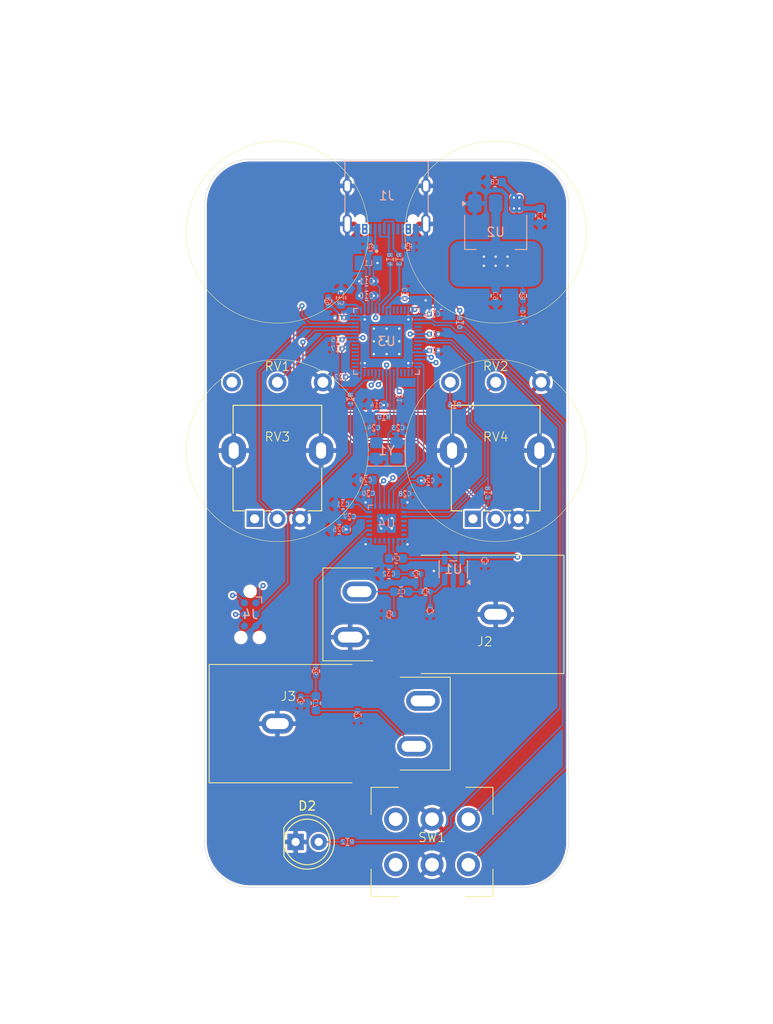
<source format=kicad_pcb>
(kicad_pcb (version 20241229) (generator "pcbnew") (generator_version "9.0")
  (layers (0 "F.Cu" jumper) (4 "In1.Cu" signal) (6 "In2.Cu" signal) (8 "In3.Cu" signal) (10 "In4.Cu" signal) (2 "B.Cu" signal) (13 "F.Paste" user) (15 "B.Paste" user) (5 "F.SilkS" user "F.Silkscreen") (7 "B.SilkS" user "B.Silkscreen") (1 "F.Mask" user) (3 "B.Mask" user) (25 "Edge.Cuts" user))
  (net 0 "")
  (net 1 "Net-(C1-Pad2)")
  (net 2 "IN^{CONN}")
  (net 3 "VBUS")
  (net 4 "/RPi/XIN")
  (net 5 "Net-(U1-+)")
  (net 6 "OUT^{CONN}")
  (net 7 "GND")
  (net 8 "Net-(U1--)")
  (net 9 "+3V3")
  (net 10 "+1V1")
  (net 11 "/RPi/VREG_AVDD")
  (net 12 "Net-(C6-Pad2)")
  (net 13 "VBIAS")
  (net 14 "Net-(C24-Pad1)")
  (net 15 "USB_D-")
  (net 16 "Net-(D1-A)")
  (net 17 "Net-(D2-A)")
  (net 18 "USB_D+")
  (net 21 "Net-(J1-CC2)")
  (net 22 "Net-(J1-CC1)")
  (net 24 "/RPi/NRST")
  (net 25 "/RPi/XOUT")
  (net 26 "Net-(J4-SWDIO)")
  (net 28 "Net-(J4-SWCLK)")
  (net 29 "/RPi/BOOTSEL")
  (net 30 "Net-(U3-QSPI_SS)")
  (net 31 "Net-(U3-RUN)")
  (net 32 "/RPi/LED")
  (net 33 "Net-(U3-USB_DP)")
  (net 34 "Net-(U3-USB_DM)")
  (net 43 "POT1")
  (net 44 "/RPi/STOMP")
  (net 47 "DREG")
  (net 50 "POT3")
  (net 53 "/RPi/VREG_LX")
  (net 55 "VREF")
  (net 58 "SCL")
  (net 59 "POT4")
  (net 64 "POT2")
  (net 67 "IN^{EFF}")
  (net 68 "OUT^{EFF}")
  (net 69 "SDA")
  (net 73 "DOUT")
  (net 74 "BCLK")
  (net 75 "FSYNC")
  (net 77 "DIN")
  (footprint "Mylib:Potentiometer-Basic" (layer "F.Cu") (at 88 78)
    (property "Reference" "RV1")
    (property "Value" "10k")
  )
  (footprint "Mylib:Potentiometer_9mm_MP" (layer "F.Cu") (at 112 102)
    (property "Reference" "RV4")
    (property "Value" "10k")
  )
  (footprint "Mylib:Potentiometer-Basic" (layer "F.Cu") (at 112 78)
    (property "Reference" "RV2")
    (property "Value" "10k")
  )
  (footprint "Mylib:Potentiometer_9mm_MP" (layer "F.Cu") (at 88 102)
    (property "Reference" "RV3")
    (property "Value" "10k")
  )
  (footprint "Mylib:FS5700DPMT2B2M2QE" (layer "F.Cu") (at 105 145)
    (property "Reference" "SW1")
    (property "Value" "SW_Push_DPDT")
  )
  (footprint "Mylib:CK-6.35-no-NPTH" (layer "F.Cu") (at 112 120 180)
    (property "Reference" "J2")
    (property "Value" "AudioJack2_SwitchT")
  )
  (footprint "Mylib:CK-6.35-no-NPTH" (layer "F.Cu") (at 88 132)
    (property "Reference" "J3")
    (property "Value" "AudioJack2_SwitchT")
  )
  (footprint "LED_THT:LED_D5.0mm" (layer "F.Cu") (at 90 145)
    (property "Reference" "D2")
    (property "Value" "LED")
  )
  (footprint "Resistor_SMD:R_0402_1005Metric" (layer "B.Cu") (at 101.4 81 90)
    (property "Reference" "R13")
    (property "Value" "33R")
  )
  (footprint "Capacitor_SMD:C_0603_1608Metric" (layer "B.Cu") (at 100.26 115.56 180)
    (property "Reference" "C32")
    (property "Value" "1uF")
  )
  (footprint "Capacitor_SMD:C_0603_1608Metric" (layer "B.Cu") (at 111.9 72.5 180)
    (property "Reference" "C8")
    (property "Value" "10uF")
  )
  (footprint "Crystal:Crystal_SMD_3225-4Pin_3.2x2.5mm" (layer "B.Cu") (at 100 102 180)
    (property "Reference" "Y1")
    (property "Value" "ABM8-272-T3")
  )
  (footprint "Capacitor_SMD:C_0603_1608Metric" (layer "B.Cu") (at 101.6 117.5)
    (property "Reference" "C1")
    (property "Value" "1uF")
  )
  (footprint "Connector_USB:USB_C_Receptacle_XKB_U262-16XN-4BVC11" (layer "B.Cu") (at 100 74)
    (property "Reference" "J1")
    (property "Value" "TYPE-C16PIN")
  )
  (footprint "Capacitor_SMD:C_0603_1608Metric" (layer "B.Cu") (at 94.79 110.66 180)
    (property "Reference" "C25")
    (property "Value" "10uF")
  )
  (footprint "Capacitor_SMD:C_0402_1005Metric" (layer "B.Cu") (at 105.2 87)
    (property "Reference" "C19")
    (property "Value" "0.1uF")
  )
  (footprint "Mylib:TAC5112" (layer "B.Cu") (at 100 110 -90)
    (property "Reference" "U4")
    (property "Value" "TAC5112")
  )
  (footprint "Capacitor_SMD:C_0402_1005Metric" (layer "B.Cu") (at 94.6 89.8 180)
    (property "Reference" "C15")
    (property "Value" "0.1uF")
  )
  (footprint "Capacitor_SMD:C_0402_1005Metric" (layer "B.Cu") (at 105.2 89.2)
    (property "Reference" "C12")
    (property "Value" "0.1uF")
  )
  (footprint "Resistor_SMD:R_0402_1005Metric" (layer "B.Cu") (at 104.3 117.5)
    (property "Reference" "R3")
    (property "Value" "1k")
  )
  (footprint "Resistor_SMD:R_0402_1005Metric" (layer "B.Cu") (at 96.82 131.07 -90)
    (property "Reference" "R7")
    (property "Value" "1MEG")
  )
  (footprint "Capacitor_SMD:C_0402_1005Metric" (layer "B.Cu") (at 102.03 106.76)
    (property "Reference" "C28")
    (property "Value" "0.1uF")
  )
  (footprint "Resistor_SMD:R_0402_1005Metric" (layer "B.Cu") (at 115 85 -90)
    (property "Reference" "R8")
    (property "Value" "1k")
  )
  (footprint "Capacitor_SMD:C_0603_1608Metric" (layer "B.Cu") (at 95.2 107.91 180)
    (property "Reference" "C31")
    (property "Value" "1uF")
  )
  (footprint "Resistor_SMD:R_0402_1005Metric" (layer "B.Cu") (at 92.23 126.23 -90)
    (property "Reference" "R6")
    (property "Value" "1k")
  )
  (footprint "Resistor_SMD:R_0402_1005Metric" (layer "B.Cu") (at 93.6 85.6 90)
    (property "Reference" "R9")
    (property "Value" "33R")
  )
  (footprint "Capacitor_SMD:C_0603_1608Metric" (layer "B.Cu") (at 104.59 105.3)
    (property "Reference" "C26")
    (property "Value" "10uF")
  )
  (footprint "Capacitor_SMD:C_0603_1608Metric" (layer "B.Cu") (at 116.9 76.2 90)
    (property "Reference" "C3")
    (property "Value" "10uF")
  )
  (footprint "Capacitor_SMD:C_0603_1608Metric" (layer "B.Cu") (at 101.04 113.86 180)
    (property "Reference" "C4")
    (property "Value" "1uF")
  )
  (footprint "Capacitor_SMD:C_0603_1608Metric" (layer "B.Cu") (at 98.9 97 180)
    (property "Reference" "C14")
    (property "Value" "4.7uF")
  )
  (footprint "Capacitor_SMD:C_0402_1005Metric" (layer "B.Cu") (at 94.6 90.8 180)
    (property "Reference" "C17")
    (property "Value" "0.1uF")
  )
  (footprint "Package_TO_SOT_SMD:SOT-223-3_TabPin2" (layer "B.Cu") (at 112 78 -90)
    (property "Reference" "U2")
    (property "Value" "NCP1117-3.3_SOT223")
  )
  (footprint "Capacitor_SMD:C_0603_1608Metric" (layer "B.Cu") (at 95 85.2 90)
    (property "Reference" "C13")
    (property "Value" "4.7uF")
  )
  (footprint "Connector:Tag-Connect_TC2030-IDC-NL_2x03_P1.27mm_Vertical" (layer "B.Cu") (at 85 120 -90)
    (property "Reference" "J4")
    (property "Value" "TC2030-NL")
  )
  (footprint "Capacitor_SMD:C_0402_1005Metric" (layer "B.Cu") (at 110.8 114.1 90)
    (property "Reference" "C5")
    (property "Value" "0.1uF")
  )
  (footprint "Resistor_SMD:R_0402_1005Metric" (layer "B.Cu") (at 99.7 98.3 180)
    (property "Reference" "R15")
    (property "Value" "1k")
  )
  (footprint "Capacitor_SMD:C_0402_1005Metric" (layer "B.Cu") (at 98.6 99.5 180)
    (property "Reference" "C24")
    (property "Value" "15pF")
  )
  (footprint "Capacitor_SMD:C_0402_1005Metric" (layer "B.Cu") (at 105.2 91)
    (property "Reference" "C20")
    (property "Value" "0.1uF")
  )
  (footprint "Capacitor_SMD:C_0402_1005Metric" (layer "B.Cu") (at 98.01 106.71 180)
    (property "Reference" "C30")
    (property "Value" "0.1uF")
  )
  (footprint "Capacitor_SMD:C_0603_1608Metric" (layer "B.Cu") (at 97.8 85 180)
    (property "Reference" "C10")
    (property "Value" "4.7uF")
  )
  (footprint "Resistor_SMD:R_0402_1005Metric" (layer "B.Cu") (at 111.16 106.63 90)
    (property "Reference" "R17")
    (property "Value" "5k1")
  )
  (footprint "Package_TO_SOT_SMD:SOT-23-5" (layer "B.Cu") (at 107.34 115.03 90)
    (property "Reference" "U1")
    (property "Value" "OPA365xxDBV")
  )
  (footprint "Capacitor_SMD:C_0603_1608Metric" (layer "B.Cu") (at 97.71 105.24 180)
    (property "Reference" "C29")
    (property "Value" "10uF")
  )
  (footprint "Resistor_SMD:R_0402_1005Metric" (layer "B.Cu") (at 96.03 96.36 90)
    (property "Reference" "R11")
    (property "Value" "1k")
  )
  (footprint "Capacitor_SMD:C_0402_1005Metric" (layer "B.Cu") (at 95 93.9 180)
    (property "Reference" "C22")
    (property "Value" "0.1uF")
  )
  (footprint "Capacitor_SMD:C_0402_1005Metric" (layer "B.Cu") (at 101.4 96 -90)
    (property "Reference" "C21")
    (property "Value" "0.1uF")
  )
  (footprint "Capacitor_SMD:C_0603_1608Metric" (layer "B.Cu") (at 92.23 129.75 -90)
    (property "Reference" "C7")
    (property "Value" "1uF")
  )
  (footprint "Capacitor_SMD:C_0402_1005Metric" (layer "B.Cu") (at 94.8 87.4 180)
    (property "Reference" "C16")
    (property "Value" "0.1uF")
  )
  (footprint "Capacitor_SMD:C_0402_1005Metric" (layer "B.Cu") (at 104.8 119.6 -90)
    (property "Reference" "C2")
    (property "Value" "150pF")
  )
  (footprint "Capacitor_SMD:C_0402_1005Metric" (layer "B.Cu") (at 90.56 129.46 90)
    (property "Reference" "C6")
    (property "Value" "150pF")
  )
  (footprint "Package_DFN_QFN:QFN-60-1EP_7x7mm_P0.4mm_EP3.4x3.4mm" (layer "B.Cu") (at 100 90 180)
    (property "Reference" "U3")
    (property "Value" "RP2354A")
  )
  (footprint "Resistor_SMD:R_0402_1005Metric" (layer "B.Cu") (at 98.27 79.7 180)
    (property "Reference" "R4")
    (property "Value" "5k1")
  )
  (footprint "Mylib:AOTA-B2016" (layer "B.Cu") (at 98 81.4 180)
    (property "Reference" "L1")
    (property "Value" "3.3uH")
  )
  (footprint "Capacitor_SMD:C_0603_1608Metric" (layer "B.Cu") (at 112 85 -90)
    (property "Reference" "C9")
    (property "Value" "10uF")
  )
  (footprint "Capacitor_SMD:C_0402_1005Metric" (layer "B.Cu") (at 102 84.8 90)
    (property "Reference" "C18")
    (property "Value" "0.1uF")
  )
  (footprint "Capacitor_SMD:C_0603_1608Metric" (layer "B.Cu") (at 97.8 83.4 180)
    (property "Reference" "C11")
    (property "Value" "4.7uF")
  )
  (footprint "Capacitor_SMD:C_0402_1005Metric" (layer "B.Cu") (at 101.28 99.5)
    (property "Reference" "C23")
    (property "Value" "15pF")
  )
  (footprint "LED_SMD:LED_0402_1005Metric" (layer "B.Cu") (at 115 87 90)
    (property "Reference" "D1")
    (property "Value" "LED")
  )
  (footprint "Capacitor_SMD:C_0402_1005Metric" (layer "B.Cu") (at 95.93 109.26 180)
    (property "Reference" "C27")
    (property "Value" "0.1uF")
  )
  (footprint "Resistor_SMD:R_0402_1005Metric" (layer "B.Cu") (at 107.48 96.97)
    (property "Reference" "R16")
    (property "Value" "5k1")
  )
  (footprint "Resistor_SMD:R_0402_1005Metric" (layer "B.Cu") (at 100.4 81 90)
    (property "Reference" "R14")
    (property "Value" "33R")
  )
  (footprint "Resistor_SMD:R_0402_1005Metric" (layer "B.Cu") (at 95.7 145)
    (property "Reference" "R12")
    (property "Value" "1k")
  )
  (footprint "Resistor_SMD:R_0402_1005Metric" (layer "B.Cu") (at 103.27 115.56)
    (property "Reference" "R2")
    (property "Value" "1MEG")
  )
  (footprint "Resistor_SMD:R_0402_1005Metric" (layer "B.Cu") (at 108.07 87.93 90)
    (property "Reference" "R10")
    (property "Value" "1k")
  )
  (footprint "Resistor_SMD:R_0402_1005Metric" (layer "B.Cu") (at 102.4 79.6)
    (property "Reference" "R5")
    (property "Value" "5k1")
  )
  (footprint "Resistor_SMD:R_0402_1005Metric" (layer "B.Cu") (at 100.3 120 180)
    (property "Reference" "R1")
    (property "Value" "1MEG")
  )
  (gr_circle (center 112 78) (end 122 78) (stroke (width 0.05)) (fill no) (layer "F.SilkS"))
  (gr_circle (center 88 102) (end 98 102) (stroke (width 0.05)) (fill no) (layer "F.SilkS"))
  (gr_circle (center 88 78) (end 98 78) (stroke (width 0.05)) (fill no) (layer "F.SilkS"))
  (gr_circle (center 112 102) (end 122 102) (stroke (width 0.05)) (fill no) (layer "F.SilkS"))
  (gr_line (start 85 70) (end 115 70) (stroke (width 0.05)) (layer "Edge.Cuts"))
  (gr_arc (start 85 150) (mid 81.464466 148.535534) (end 80 145) (stroke (width 0.05)) (layer "Edge.Cuts"))
  (gr_arc (start 80 75) (mid 81.464466 71.464466) (end 85 70) (stroke (width 0.05)) (layer "Edge.Cuts"))
  (gr_line (start 80 75) (end 80 145) (stroke (width 0.05)) (layer "Edge.Cuts"))
  (gr_arc (start 115 70) (mid 118.535534 71.464466) (end 120 75) (stroke (width 0.05)) (layer "Edge.Cuts"))
  (gr_arc (start 120 145) (mid 118.535534 148.535534) (end 115 150) (stroke (width 0.05)) (layer "Edge.Cuts"))
  (gr_line (start 85 150) (end 115 150) (stroke (width 0.05)) (layer "Edge.Cuts"))
  (gr_line (start 120 75) (end 120 145) (stroke (width 0.05)) (layer "Edge.Cuts"))
  (segment (start 103.78 117.49) (end 103.79 117.5) (width 0.15) (layer "B.Cu") (net 1))
  (segment (start 102.375 117.5) (end 102.375 117.315) (width 0.15) (layer "B.Cu") (net 1))
  (segment (start 103.79 117.5) (end 102.375 117.5) (width 0.2) (layer "B.Cu") (net 1))
  (segment (start 103.78 115.56) (end 103.78 117.49) (width 0.15) (layer "B.Cu") (net 1))
  (segment (start 102.375 117.315) (end 102.36 117.3) (width 0.15) (layer "B.Cu") (net 1))
  (segment (start 100.81 117.515) (end 100.825 117.5) (width 0.2) (layer "B.Cu") (net 2))
  (segment (start 100.81 120) (end 100.81 117.515) (width 0.2) (layer "B.Cu") (net 2))
  (segment (start 100.825 117.5) (end 97 117.5) (width 0.2) (layer "B.Cu") (net 2))
  (via (at 114.6 75.4) (size 0.6) (drill 0.25) (layers "F.Cu" "B.Cu") (net 3))
  (via (at 97.6 77.9) (size 0.6) (drill 0.25) (layers "F.Cu" "B.Cu") (net 3))
  (via (at 102.4 77.4) (size 0.6) (drill 0.25) (layers "F.Cu" "B.Cu") (net 3))
  (via (at 114 75.4) (size 0.6) (drill 0.25) (layers "F.Cu" "B.Cu") (net 3))
  (via (at 114 74.2) (size 0.6) (drill 0.25) (layers "F.Cu" "B.Cu") (net 3))
  (via (at 114.6 74.2) (size 0.6) (drill 0.25) (layers "F.Cu" "B.Cu") (net 3))
  (via (at 102.4 77.9) (size 0.6) (drill 0.25) (layers "F.Cu" "B.Cu") (net 3))
  (via (at 114.4 113.7) (size 0.6) (drill 0.3) (layers "F.Cu" "B.Cu") (net 3))
  (via (at 97.6 77.4) (size 0.6) (drill 0.25) (layers "F.Cu" "B.Cu") (net 3))
  (segment (start 114.3 113.6) (end 110.82 113.6) (width 0.5) (layer "B.Cu") (net 3))
  (segment (start 110.82 113.6) (end 110.8 113.62) (width 0.5) (layer "B.Cu") (net 3))
  (segment (start 110.8 113.62) (end 110.78 113.6) (width 0.5) (layer "B.Cu") (net 3))
  (segment (start 116.875 75.4) (end 116.9 75.425) (width 0.5) (layer "B.Cu") (net 3))
  (segment (start 114.6 75.4) (end 116.875 75.4) (width 0.5) (layer "B.Cu") (net 3))
  (segment (start 114 73.825) (end 112.675 72.5) (width 0.5) (layer "B.Cu") (net 3))
  (segment (start 108.5625 113.62) (end 108.29 113.8925) (width 0.5) (layer "B.Cu") (net 3))
  (segment (start 114 74.2) (end 114 73.825) (width 0.5) (layer "B.Cu") (net 3))
  (segment (start 114.4 113.7) (end 114.3 113.6) (width 0.5) (layer "B.Cu") (net 3))
  (segment (start 110.8 113.62) (end 108.5625 113.62) (width 0.5) (layer "B.Cu") (net 3))
  (segment (start 100.8 99.5) (end 100.174 100.126) (width 0.15) (layer "B.Cu") (net 4))
  (segment (start 100.8 93.45) (end 100.8 99.5) (width 0.15) (layer "B.Cu") (net 4))
  (segment (start 100.174 101.924) (end 101.1 102.85) (width 0.15) (layer "B.Cu") (net 4))
  (segment (start 100.174 100.126) (end 100.174 101.924) (width 0.15) (layer "B.Cu") (net 4))
  (segment (start 105.3875 117.5) (end 104.81 117.5) (width 0.2) (layer "B.Cu") (net 5))
  (segment (start 106.39 116.4975) (end 105.3875 117.5) (width 0.2) (layer "B.Cu") (net 5))
  (segment (start 106.39 116.1675) (end 106.39 116.4975) (width 0.2) (layer "B.Cu") (net 5))
  (segment (start 104.8 119.12) (end 104.8 117.51) (width 0.2) (layer "B.Cu") (net 5))
  (segment (start 104.8 117.51) (end 104.81 117.5) (width 0.2) (layer "B.Cu") (net 5))
  (segment (start 96.82 130.56) (end 92.265 130.56) (width 0.15) (layer "B.Cu") (net 6))
  (segment (start 92.265 130.56) (end 92.23 130.525) (width 0.15) (layer "B.Cu") (net 6))
  (segment (start 99.06 130.56) (end 103 134.5) (width 0.15) (layer "B.Cu") (net 6))
  (segment (start 96.82 130.56) (end 99.06 130.56) (width 0.15) (layer "B.Cu") (net 6))
  (via (at 101.4 91.4) (size 0.6) (drill 0.25) (layers "F.Cu" "B.Cu") (net 7))
  (via (at 94.32 87.4) (size 0.6) (drill 0.25) (layers "F.Cu" "B.Cu") (net 7))
  (via (at 98.6 90) (size 0.6) (drill 0.25) (layers "F.Cu" "B.Cu") (net 7))
  (via (at 101.4 88.6) (size 0.6) (drill 0.25) (layers "F.Cu" "B.Cu") (net 7))
  (via (at 102.3 112.3) (size 0.6) (drill 0.25) (layers "F.Cu" "B.Cu") (net 7))
  (via (at 100.57 110.57) (size 0.6) (drill 0.25) (layers "F.Cu" "B.Cu") (net 7))
  (via (at 105.2 115.23) (size 0.6) (drill 0.25) (layers "F.Cu" "B.Cu") (net 7))
  (via (at 97.7 107.7) (size 0.6) (drill 0.25) (layers "F.Cu" "B.Cu") (net 7))
  (via (at 97.7 112.3) (size 0.6) (drill 0.25) (layers "F.Cu" "B.Cu") (net 7))
  (via (at 100 88.6) (size 0.6) (drill 0.25) (layers "F.Cu" "B.Cu") (net 7))
  (via (at 97 85) (size 0.6) (drill 0.25) (layers "F.Cu" "B.Cu") (net 7))
  (via (at 101.4 90) (size 0.6) (drill 0.25) (layers "F.Cu" "B.Cu") (net 7))
  (via (at 95 84.5) (size 0.6) (drill 0.25) (layers "F.Cu" "B.Cu") (net 7))
  (via (at 98.6 91.4) (size 0.6) (drill 0.25) (layers "F.Cu" "B.Cu") (net 7))
  (via (at 98.6 88.6) (size 0.6) (drill 0.25) (layers "F.Cu" "B.Cu") (net 7))
  (via (at 100 91.4) (size 0.6) (drill 0.25) (layers "F.Cu" "B.Cu") (net 7))
  (via (at 105.68 89.2) (size 0.6) (drill 0.25) (layers "F.Cu" "B.Cu") (net 7))
  (via (at 105.68 91) (size 0.6) (drill 0.25) (layers "F.Cu" "B.Cu") (net 7))
  (via (at 102.3 107.7) (size 0.6) (drill 0.25) (layers "F.Cu" "B.Cu") (net 7))
  (via (at 99.43 109.43) (size 0.6) (drill 0.25) (layers "F.Cu" "B.Cu") (net 7))
  (via (at 97 83.4) (size 0.6) (drill 0.25) (layers "F.Cu" "B.Cu") (net 7))
  (via (at 100 90) (size 0.6) (drill 0.25) (layers "F.Cu" "B.Cu") (net 7))
  (via (at 100.57 109.43) (size 0.6) (drill 0.25) (layers "F.Cu" "B.Cu") (net 7))
  (via (at 99.43 110.57) (size 0.6) (drill 0.25) (layers "F.Cu" "B.Cu") (net 7))
  (segment (start 97.6 86.55) (end 97.6 85.9) (width 0.2) (layer "B.Cu") (net 7))
  (segment (start 103.05 79.46) (end 103.05 77.67) (width 0.2) (layer "B.Cu") (net 7))
  (segment (start 103.755 77.67) (end 104.32 77.105) (width 0.5) (layer "B.Cu") (net 7))
  (segment (start 101.725 111.725) (end 101.425 111.725) (width 0.2) (layer "B.Cu") (net 7))
  (segment (start 96.65 77.67) (end 96.245 77.67) (width 0.5) (layer "B.Cu") (net 7))
  (segment (start 96.245 77.67) (end 95.68 77.105) (width 0.5) (layer "B.Cu") (net 7))
  (segment (start 97.6 85.9) (end 97.025 85.325) (width 0.2) (layer "B.Cu") (net 7))
  (segment (start 103.05 77.67) (end 103.35 77.67) (width 0.2) (layer "B.Cu") (net 7))
  (segment (start 101.425 111.725) (end 101.25 111.9) (width 0.2) (layer "B.Cu") (net 7))
  (segment (start 102.91 79.6) (end 103.05 79.46) (width 0.2) (layer "B.Cu") (net 7))
  (segment (start 103.35 77.67) (end 103.755 77.67) (width 0.5) (layer "B.Cu") (net 7))
  (segment (start 97.025 85.325) (end 97.025 85) (width 0.2) (layer "B.Cu") (net 7))
  (segment (start 96.65 77.67) (end 96.95 77.67) (width 0.2) (layer "B.Cu") (net 7))
  (segment (start 108.29 115.12) (end 108.29 116.1675) (width 0.15) (layer "B.Cu") (net 8))
  (segment (start 106.39 113.8925) (end 101.8475 113.8925) (width 0.15) (layer "B.Cu") (net 8))
  (segment (start 101.8475 113.8925) (end 101.815 113.86) (width 0.15) (layer "B.Cu") (net 8))
  (segment (start 107.0625 113.8925) (end 108.29 115.12) (width 0.15) (layer "B.Cu") (net 8))
  (segment (start 106.39 113.8925) (end 107.0625 113.8925) (width 0.15) (layer "B.Cu") (net 8))
  (via (at 112 81.7) (size 0.6) (drill 0.25) (layers "F.Cu" "B.Cu") (net 9))
  (via (at 104.7 91) (size 0.6) (drill 0.25) (layers "F.Cu" "B.Cu") (net 9))
  (via (at 97.6 87.6) (size 0.6) (drill 0.25) (layers "F.Cu" "B.Cu") (net 9))
  (via (at 102.4 87.6) (size 0.6) (drill 0.25) (layers "F.Cu" "B.Cu") (net 9))
  (via (at 102.4 92.4) (size 0.6) (drill 0.25) (layers "F.Cu" "B.Cu") (net 9))
  (via (at 112 80.7) (size 0.6) (drill 0.25) (layers "F.Cu" "B.Cu") (net 9))
  (via (at 95.1 90.8) (size 0.6) (drill 0.25) (layers "F.Cu" "B.Cu") (net 9))
  (via (at 95.3 87.4) (size 0.6) (drill 0.25) (layers "F.Cu" "B.Cu") (net 9))
  (via (at 98.6 85) (size 0.6) (drill 0.25) (layers "F.Cu" "B.Cu") (net 9))
  (via (at 101.4 95.5) (size 0.6) (drill 0.25) (layers "F.Cu" "B.Cu") (net 9))
  (via (at 104.7 87) (size 0.6) (drill 0.25) (layers "F.Cu" "B.Cu") (net 9))
  (via (at 86.423768 116.833768) (size 0.6) (drill 0.25) (layers "F.Cu" "B.Cu") (net 9))
  (via (at 103.815 105.3) (size 0.6) (drill 0.25) (layers "F.Cu" "B.Cu") (net 9))
  (via (at 113.3 81.7) (size 0.6) (drill 0.25) (layers "F.Cu" "B.Cu") (net 9))
  (via (at 113.3 80.7) (size 0.6) (drill 0.25) (layers "F.Cu" "B.Cu") (net 9))
  (via (at 95.58 110.66) (size 0.6) (drill 0.25) (layers "F.Cu" "B.Cu") (net 9))
  (via (at 95.5 93.9) (size 0.6) (drill 0.25) (layers "F.Cu" "B.Cu") (net 9))
  (via (at 97.6 92.4) (size 0.6) (drill 0.25) (layers "F.Cu" "B.Cu") (net 9))
  (via (at 102 85.3) (size 0.6) (drill 0.25) (layers "F.Cu" "B.Cu") (net 9))
  (via (at 104.3 85.5) (size 0.6) (drill 0.25) (layers "F.Cu" "B.Cu") (net 9))
  (via (at 110.7 80.7) (size 0.6) (drill 0.25) (layers "F.Cu" "B.Cu") (net 9))
  (via (at 110.7 81.7) (size 0.6) (drill 0.25) (layers "F.Cu" "B.Cu") (net 9))
  (segment (start 101.55 106.39) (end 101.55 106.76) (width 0.15) (layer "B.Cu") (net 9))
  (segment (start 101.2 92.6) (end 101.2 93.45) (width 0.2) (layer "B.Cu") (net 9))
  (segment (start 98.4 86.977064) (end 97.777064 87.6) (width 0.2) (layer "B.Cu") (net 9))
  (segment (start 95.9 90) (end 95.4 90.5) (width 0.2) (layer "B.Cu") (net 9))
  (segment (start 95.28 87.4) (end 95.28 87.12) (width 0.2) (layer "B.Cu") (net 9))
  (segment (start 103.45 91.2) (end 102.6 91.2) (width 0.2) (layer "B.Cu") (net 9))
  (segment (start 103.45 87.2) (end 104.52 87.2) (width 0.2) (layer "B.Cu") (net 9))
  (segment (start 96.55 87.2) (end 97 87.2) (width 0.2) (layer "B.Cu") (net 9))
  (segment (start 98.4 85.175) (end 98.575 85) (width 0.15) (layer "B.Cu") (net 9))
  (segment (start 98.1 109.25) (end 96.42 109.25) (width 0.15) (layer "B.Cu") (net 9))
  (segment (start 95.209999 87.4) (end 95.28 87.4) (width 0.2) (layer "B.Cu") (net 9))
  (segment (start 100.4 86.55) (end 100.4 86) (width 0.2) (layer "B.Cu") (net 9))
  (segment (start 95.4 90.5) (end 95.38 90.5) (width 0.2) (layer "B.Cu") (net 9))
  (segment (start 103.45 91.2) (end 104.52 91.2) (width 0.2) (layer "B.Cu") (net 9))
  (segment (start 112 74.85) (end 112 81.15) (width 1) (layer "B.Cu") (net 9))
  (segment (start 97 90) (end 97.6 90.6) (width 0.2) (layer "B.Cu") (net 9))
  (segment (start 86.028699 118.336301) (end 85.635 118.73) (width 0.15) (layer "B.Cu") (net 9))
  (segment (start 104.52 87.2) (end 104.72 87) (width 0.2) (layer "B.Cu") (net 9))
  (segment (start 101.2 93.45) (end 101.2 95.32) (width 0.2) (layer "B.Cu") (net 9))
  (segment (start 96.55 87.2) (end 95.48 87.2) (width 0.2) (layer "B.Cu") (net 9))
  (segment (start 111.16 107.14) (end 111.16 107.84) (width 0.15) (layer "B.Cu") (net 9))
  (segment (start 96.42 109.25) (end 96.41 109.26) (width 0.15) (layer "B.Cu") (net 9))
  (segment (start 103.45 87.2) (end 102.8 87.2) (width 0.2) (layer "B.Cu") (net 9))
  (segment (start 95.38 90.5) (end 95.08 90.8) (width 0.2) (layer "B.Cu") (net 9))
  (segment (start 100 86.4) (end 100.4 86) (width 0.2) (layer "B.Cu") (net 9))
  (segment (start 97.4 87.6) (end 96.55 87.6) (width 0.2) (layer "B.Cu") (net 9))
  (segment (start 97 87.2) (end 97.4 87.6) (width 0.2) (layer "B.Cu") (net 9))
  (segment (start 100.4 86) (end 101.12 85.28) (width 0.2) (layer "B.Cu") (net 9))
  (segment (start 96.41 109.83) (end 95.58 110.66) (width 0.15) (layer "B.Cu") (net 9))
  (segment (start 96.41 109.26) (end 96.41 109.83) (width 0.15) (layer "B.Cu") (net 9))
  (segment (start 96.55 87.6) (end 95.48 87.6) (width 0.2) (layer "B.Cu") (net 9))
  (segment (start 100 86.55) (end 100 86.4) (width 0.2) (layer "B.Cu") (net 9))
  (segment (start 106.97 94.53) (end 107 94.5) (width 0.15) (layer "B.Cu") (net 9))
  (segment (start 93.6 86.11) (end 93.919999 86.11) (width 0.2) (layer "B.Cu") (net 9))
  (segment (start 86.423768 116.833768) (end 86.028699 117.228837) (width 0.15) (layer "B.Cu") (net 9))
  (segment (start 100.4 86.55) (end 100.4 87.4) (width 0.2) (layer "B.Cu") (net 9))
  (segment (start 95.48 87.6) (end 95.28 87.4) (width 0.2) (layer "B.Cu") (net 9))
  (segment (start 98.4 86.55) (end 98.4 86.977064) (width 0.2) (layer "B.Cu") (net 9))
  (segment (start 95.48 87.2) (end 95.28 87.4) (width 0.2) (layer "B.Cu") (net 9))
  (segment (start 101.25 107.06) (end 101.55 106.76) (width 0.15) (layer "B.Cu") (net 9))
  (segment (start 101.12 85.28) (end 102 85.28) (width 0.2) (layer "B.Cu") (net 9))
  (segment (start 101.25 108.1) (end 101.25 107.06) (width 0.15) (layer "B.Cu") (net 9))
  (segment (start 96.55 90) (end 97 90) (width 0.2) (layer "B.Cu") (net 9))
  (segment (start 97.2 92.8) (end 97.6 92.4) (width 0.2) (layer "B.Cu") (net 9))
  (segment (start 102.64 105.3) (end 101.55 106.39) (width 0.15) (layer "B.Cu") (net 9))
  (segment (start 97.2 93.45) (end 97.2 92.8) (width 0.2) (layer "B.Cu") (net 9))
  (segment (start 111.16 107.84) (end 109.5 109.5) (width 0.15) (layer "B.Cu") (net 9))
  (segment (start 97.777064 87.6) (end 97.4 87.6) (width 0.2) (layer "B.Cu") (net 9))
  (segment (start 100.4 87.4) (end 100 87.4) (width 0.2) (layer "B.Cu") (net 9))
  (segment (start 100 87.4) (end 100 86.55) (width 0.2) (layer "B.Cu") (net 9))
  (segment (start 93.919999 86.11) (end 95.209999 87.4) (width 0.2) (layer "B.Cu") (net 9))
  (segment (start 101.2 95.32) (end 101.4 95.52) (width 0.2) (layer "B.Cu") (net 9))
  (segment (start 98.4 86.55) (end 98.4 85.175) (width 0.15) (layer "B.Cu") (net 9))
  (segment (start 115 84.15) (end 112 81.15) (width 0.15) (layer "B.Cu") (net 9))
  (segment (start 106.97 96.97) (end 106.97 94.53) (width 0.15) (layer "B.Cu") (net 9))
  (segment (start 115 84.49) (end 115 84.15) (width 0.15) (layer "B.Cu") (net 9))
  (segment (start 103.815 105.3) (end 102.64 105.3) (width 0.15) (layer "B.Cu") (net 9))
  (segment (start 102.8 87.2) (end 102.6 87.4) (width 0.2) (layer "B.Cu") (net 9))
  (segment (start 86.028699 117.228837) (end 86.028699 118.336301) (width 0.15) (layer "B.Cu") (net 9))
  (segment (start 96.55 90) (end 95.9 90) (width 0.2) (layer "B.Cu") (net 9))
  (segment (start 104.52 91.2) (end 104.72 91) (width 0.2) (layer "B.Cu") (net 9))
  (via (at 102.6 89.2) (size 0.6) (drill 0.25) (layers "F.Cu" "B.Cu") (net 10))
  (via (at 100 92.6) (size 0.6) (drill 0.25) (layers "F.Cu" "B.Cu") (net 10))
  (via (at 104.7 89.2) (size 0.6) (drill 0.25) (layers "F.Cu" "B.Cu") (net 10))
  (via (at 99.7 97) (size 0.6) (drill 0.25) (layers "F.Cu" "B.Cu") (net 10))
  (via (at 99 81.4) (size 0.6) (drill 0.25) (layers "F.Cu" "B.Cu") (net 10))
  (via (at 95.1 89.8) (size 0.6) (drill 0.25) (layers "F.Cu" "B.Cu") (net 10))
  (via (at 98.8 87.4) (size 0.6) (drill 0.25) (layers "F.Cu" "B.Cu") (net 10))
  (via (at 98.6 83.4) (size 0.6) (drill 0.25) (layers "F.Cu" "B.Cu") (net 10))
  (via (at 97.4 89.6) (size 0.6) (drill 0.25) (layers "F.Cu" "B.Cu") (net 10))
  (segment (start 98.8 85.894044) (end 99.251 85.443044) (width 0.15) (layer "B.Cu") (net 10))
  (segment (start 97.4 89.6) (end 96.55 89.6) (width 0.2) (layer "B.Cu") (net 10))
  (segment (start 104.72 89.2) (end 103.45 89.2) (width 0.2) (layer "B.Cu") (net 10))
  (segment (start 98.575 81.825) (end 99 81.4) (width 0.2) (layer "B.Cu") (net 10))
  (segment (start 100 96.675) (end 99.675 97) (width 0.15) (layer "B.Cu") (net 10))
  (segment (start 103.45 89.2) (end 102.6 89.2) (width 0.2) (layer "B.Cu") (net 10))
  (segment (start 98.8 86.55) (end 98.8 85.894044) (width 0.15) (layer "B.Cu") (net 10))
  (segment (start 99.251 85.443044) (end 99.251 84.076) (width 0.15) (layer "B.Cu") (net 10))
  (segment (start 99.251 84.076) (end 98.575 83.4) (width 0.15) (layer "B.Cu") (net 10))
  (segment (start 96.55 89.6) (end 95.28 89.6) (width 0.2) (layer "B.Cu") (net 10))
  (segment (start 100 93.45) (end 100 92.6) (width 0.2) (layer "B.Cu") (net 10))
  (segment (start 95.28 89.6) (end 95.08 89.8) (width 0.2) (layer "B.Cu") (net 10))
  (segment (start 98.8 86.55) (end 98.8 87.4) (width 0.2) (layer "B.Cu") (net 10))
  (segment (start 100 93.45) (end 100 96.675) (width 0.15) (layer "B.Cu") (net 10))
  (segment (start 98.575 83.4) (end 98.575 81.825) (width 0.2) (layer "B.Cu") (net 10))
  (segment (start 94.485 85.975) (end 93.6 85.09) (width 0.2) (layer "B.Cu") (net 11))
  (segment (start 97.2 86.55) (end 96.625 85.975) (width 0.2) (layer "B.Cu") (net 11))
  (segment (start 96.625 85.975) (end 95 85.975) (width 0.2) (layer "B.Cu") (net 11))
  (segment (start 95 85.975) (end 94.485 85.975) (width 0.2) (layer "B.Cu") (net 11))
  (segment (start 92.23 126.74) (end 92.23 128.975) (width 0.2) (layer "B.Cu") (net 12))
  (segment (start 92.23 128.975) (end 90.565 128.975) (width 0.15) (layer "B.Cu") (net 12))
  (segment (start 90.565 128.975) (end 90.56 128.98) (width 0.15) (layer "B.Cu") (net 12))
  (segment (start 100.75 113.12) (end 100.75 111.9) (width 0.15) (layer "B.Cu") (net 13))
  (segment (start 101.04 113.41) (end 101.035 113.415) (width 0.15) (layer "B.Cu") (net 13))
  (segment (start 101.04 113.41) (end 100.75 113.12) (width 0.15) (layer "B.Cu") (net 13))
  (segment (start 100.775 111.925) (end 100.75 111.9) (width 0.15) (layer "B.Cu") (net 13))
  (segment (start 101.035 113.415) (end 101.035 115.56) (width 0.15) (layer "B.Cu") (net 13))
  (segment (start 101.035 115.56) (end 102.76 115.56) (width 0.15) (layer "B.Cu") (net 13))
  (segment (start 99.08 100.97) (end 98.9 101.15) (width 0.15) (layer "B.Cu") (net 14))
  (segment (start 99.19 98.3) (end 99.19 99.39) (width 0.15) (layer "B.Cu") (net 14))
  (segment (start 99.08 99.5) (end 99.08 100.97) (width 0.15) (layer "B.Cu") (net 14))
  (segment (start 99.19 99.39) (end 99.08 99.5) (width 0.15) (layer "B.Cu") (net 14))
  (segment (start 100.25 78.445) (end 100.199 78.496) (width 0.2) (layer "B.Cu") (net 15))
  (segment (start 99.25 78.445) (end 99.25 77.67) (width 0.2) (layer "B.Cu") (net 15))
  (segment (start 100.199 78.496) (end 99.301 78.496) (width 0.2) (layer "B.Cu") (net 15))
  (segment (start 100.25 80.34) (end 100.4 80.49) (width 0.2) (layer "B.Cu") (net 15))
  (segment (start 99.301 78.496) (end 99.25 78.445) (width 0.2) (layer "B.Cu") (net 15))
  (segment (start 100.25 77.67) (end 100.25 80.34) (width 0.2) (layer "B.Cu") (net 15))
  (segment (start 100.25 77.67) (end 100.25 78.445) (width 0.2) (layer "B.Cu") (net 15))
  (segment (start 115 86.515) (end 115 85.51) (width 0.15) (layer "B.Cu") (net 16))
  (segment (start 95.19 145) (end 92.54 145) (width 0.15) (layer "B.Cu") (net 17))
  (segment (start 100.75 77.67) (end 100.75 79.84) (width 0.2) (layer "B.Cu") (net 18))
  (segment (start 100.75 79.84) (end 101.4 80.49) (width 0.2) (layer "B.Cu") (net 18))
  (segment (start 100.75 76.895) (end 100.75 77.67) (width 0.2) (layer "B.Cu") (net 18))
  (segment (start 99.75 77.67) (end 99.75 76.895) (width 0.2) (layer "B.Cu") (net 18))
  (segment (start 99.75 76.895) (end 99.801 76.844) (width 0.2) (layer "B.Cu") (net 18))
  (segment (start 100.699 76.844) (end 100.75 76.895) (width 0.2) (layer "B.Cu") (net 18))
  (segment (start 99.801 76.844) (end 100.699 76.844) (width 0.2) (layer "B.Cu") (net 18))
  (segment (start 101.75 77.67) (end 101.75 79.46) (width 0.2) (layer "B.Cu") (net 21))
  (segment (start 101.75 79.46) (end 101.89 79.6) (width 0.2) (layer "B.Cu") (net 21))
  (segment (start 98.75 79.67) (end 98.78 79.7) (width 0.2) (layer "B.Cu") (net 22))
  (segment (start 98.75 77.67) (end 98.75 79.67) (width 0.2) (layer "B.Cu") (net 22))
  (segment (start 96.03 96.87) (end 96.03 102.377595) (width 0.15) (layer "B.Cu") (net 24))
  (segment (start 96.03 102.377595) (end 89.126 109.281595) (width 0.15) (layer "B.Cu") (net 24))
  (segment (start 89.126 109.281595) (end 89.126 116.509) (width 0.15) (layer "B.Cu") (net 24))
  (segment (start 89.126 116.509) (end 85.635 120) (width 0.15) (layer "B.Cu") (net 24))
  (segment (start 100.4 98.11) (end 100.21 98.3) (width 0.15) (layer "B.Cu") (net 25))
  (segment (start 100.4 93.45) (end 100.4 98.11) (width 0.15) (layer "B.Cu") (net 25))
  (via (at 98.313156 94.810434) (size 0.6) (drill 0.25) (layers "F.Cu" "B.Cu") (net 26))
  (via (at 83.07 117.91) (size 0.6) (drill 0.25) (layers "F.Cu" "B.Cu") (net 26))
  (segment (start 83.545 117.91) (end 83.07 117.91) (width 0.15) (layer "B.Cu") (net 26))
  (segment (start 99.2 93.45) (end 99.2 93.92359) (width 0.15) (layer "B.Cu") (net 26))
  (segment (start 84.365 118.73) (end 83.545 117.91) (width 0.15) (layer "B.Cu") (net 26))
  (segment (start 99.2 93.92359) (end 98.313156 94.810434) (width 0.15) (layer "B.Cu") (net 26))
  (via (at 83.4 120) (size 0.6) (drill 0.25) (layers "F.Cu" "B.Cu") (net 28))
  (via (at 99.101571 94.764483) (size 0.6) (drill 0.25) (layers "F.Cu" "B.Cu") (net 28))
  (segment (start 84.365 120) (end 83.4 120) (width 0.15) (layer "B.Cu") (net 28))
  (segment (start 99.6 94.266054) (end 99.101571 94.764483) (width 0.15) (layer "B.Cu") (net 28))
  (segment (start 99.6 93.45) (end 99.6 94.266054) (width 0.15) (layer "B.Cu") (net 28))
  (segment (start 108.07 88.44) (end 108.56 88.44) (width 0.15) (layer "B.Cu") (net 29))
  (segment (start 119.373 132.127) (end 109 142.5) (width 0.15) (layer "B.Cu") (net 29))
  (segment (start 119.373 99.253) (end 119.373 132.127) (width 0.15) (layer "B.Cu") (net 29))
  (segment (start 108.56 88.44) (end 119.373 99.253) (width 0.15) (layer "B.Cu") (net 29))
  (segment (start 108.05 86.6) (end 107.7 86.25) (width 0.15) (layer "F.Cu") (net 30))
  (segment (start 103.35 86.25) (end 103.1 86.5) (width 0.15) (layer "F.Cu") (net 30))
  (segment (start 107.7 86.25) (end 103.35 86.25) (width 0.15) (layer "F.Cu") (net 30))
  (via (at 108.05 86.6) (size 0.6) (drill 0.25) (layers "F.Cu" "B.Cu") (net 30))
  (via (at 103.1 86.5) (size 0.6) (drill 0.25) (layers "F.Cu" "B.Cu") (net 30))
  (segment (start 108.07 87.42) (end 108.07 86.62) (width 0.15) (layer "B.Cu") (net 30))
  (segment (start 102.8 86.55) (end 103.05 86.55) (width 0.15) (layer "B.Cu") (net 30))
  (segment (start 108.07 86.62) (end 108.05 86.6) (width 0.15) (layer "B.Cu") (net 30))
  (segment (start 103.05 86.55) (end 103.1 86.5) (width 0.15) (layer "B.Cu") (net 30))
  (segment (start 98.8 93.9) (end 98.414566 94.285434) (width 0.15) (layer "B.Cu") (net 31))
  (segment (start 98.8 93.45) (end 98.8 93.9) (width 0.15) (layer "B.Cu") (net 31))
  (segment (start 97.594566 94.285434) (end 96.03 95.85) (width 0.15) (layer "B.Cu") (net 31))
  (segment (start 98.414566 94.285434) (end 97.594566 94.285434) (width 0.15) (layer "B.Cu") (net 31))
  (segment (start 107.09 143.17) (end 105.26 145) (width 0.15) (layer "B.Cu") (net 32))
  (segment (start 119.072 130.312336) (end 107.09 142.294336) (width 0.15) (layer "B.Cu") (net 32))
  (segment (start 107.09 142.294336) (end 107.09 143.17) (width 0.15) (layer "B.Cu") (net 32))
  (segment (start 105.003317 88) (end 105.244317 88.241) (width 0.15) (layer "B.Cu") (net 32))
  (segment (start 105.244317 88.241) (end 107.036726 88.241) (width 0.15) (layer "B.Cu") (net 32))
  (segment (start 108.634322 88.94) (end 119.072 99.377678) (width 0.15) (layer "B.Cu") (net 32))
  (segment (start 103.45 88) (end 105.003317 88) (width 0.15) (layer "B.Cu") (net 32))
  (segment (start 107.735726 88.94) (end 108.634322 88.94) (width 0.15) (layer "B.Cu") (net 32))
  (segment (start 105.26 145) (end 96.21 145) (width 0.15) (layer "B.Cu") (net 32))
  (segment (start 119.072 99.377678) (end 119.072 130.312336) (width 0.15) (layer "B.Cu") (net 32))
  (segment (start 107.036726 88.241) (end 107.735726 88.94) (width 0.15) (layer "B.Cu") (net 32))
  (segment (start 99.6 86.55) (end 99.6 86.122936) (width 0.2) (layer "B.Cu") (net 33))
  (segment (start 101.4 84.322936) (end 101.4 81.51) (width 0.2) (layer "B.Cu") (net 33))
  (segment (start 99.6 86.122936) (end 101.4 84.322936) (width 0.2) (layer "B.Cu") (net 33))
  (segment (start 99.2 85.955078) (end 99.2 86.55) (width 0.2) (layer "B.Cu") (net 34))
  (segment (start 99.577 85.578078) (end 99.2 85.955078) (width 0.2) (layer "B.Cu") (net 34))
  (segment (start 100.4 84.748629) (end 99.577 85.571629) (width 0.2) (layer "B.Cu") (net 34))
  (segment (start 99.577 85.571629) (end 99.577 85.578078) (width 0.2) (layer "B.Cu") (net 34))
  (segment (start 100.4 81.51) (end 100.4 84.748629) (width 0.2) (layer "B.Cu") (net 34))
  (segment (start 96.55 89.2) (end 93.3 89.2) (width 0.15) (layer "B.Cu") (net 43))
  (segment (start 93.3 89.2) (end 88 94.5) (width 0.15) (layer "B.Cu") (net 43))
  (segment (start 108.63 87.94) (end 119.674 98.984) (width 0.15) (layer "B.Cu") (net 44))
  (segment (start 119.674 136.826) (end 109 147.5) (width 0.15) (layer "B.Cu") (net 44))
  (segment (start 105.028995 87.6) (end 105.368995 87.94) (width 0.15) (layer "B.Cu") (net 44))
  (segment (start 105.368995 87.94) (end 108.63 87.94) (width 0.15) (layer "B.Cu") (net 44))
  (segment (start 119.674 98.984) (end 119.674 136.826) (width 0.15) (layer "B.Cu") (net 44))
  (segment (start 103.45 87.6) (end 105.028995 87.6) (width 0.15) (layer "B.Cu") (net 44))
  (segment (start 98.75 106.97) (end 98.49 106.71) (width 0.15) (layer "B.Cu") (net 47))
  (segment (start 98.49 106.71) (end 98.49 105.245) (width 0.15) (layer "B.Cu") (net 47))
  (segment (start 98.75 108.1) (end 98.75 106.97) (width 0.15) (layer "B.Cu") (net 47))
  (segment (start 98.49 105.245) (end 98.485 105.24) (width 0.15) (layer "B.Cu") (net 47))
  (segment (start 86 107.5) (end 88 109.5) (width 0.15) (layer "B.Cu") (net 50))
  (segment (start 86 93.3) (end 86 107.5) (width 0.15) (layer "B.Cu") (net 50))
  (segment (start 96.55 88.4) (end 90.9 88.4) (width 0.15) (layer "B.Cu") (net 50))
  (segment (start 90.9 88.4) (end 86 93.3) (width 0.15) (layer "B.Cu") (net 50))
  (segment (start 98 85.5794) (end 97.726 85.3054) (width 0.2) (layer "B.Cu") (net 53))
  (segment (start 98 86.55) (end 98 85.5794) (width 0.2) (layer "B.Cu") (net 53))
  (segment (start 97.726 85.3054) (end 97.726 82.126) (width 0.2) (layer "B.Cu") (net 53))
  (segment (start 97.726 82.126) (end 97 81.4) (width 0.2) (layer "B.Cu") (net 53))
  (segment (start 98.1 108.75) (end 97.78 108.75) (width 0.15) (layer "B.Cu") (net 55))
  (segment (start 97.78 108.75) (end 96.94 107.91) (width 0.15) (layer "B.Cu") (net 55))
  (segment (start 96.94 107.91) (end 95.975 107.91) (width 0.15) (layer "B.Cu") (net 55))
  (segment (start 109.032826 99.072826) (end 109.032826 96.97) (width 0.15) (layer "B.Cu") (net 58))
  (segment (start 101.9 108.75) (end 106.92 108.75) (width 0.15) (layer "B.Cu") (net 58))
  (segment (start 110.8 104.87) (end 110.8 100.84) (width 0.15) (layer "B.Cu") (net 58))
  (segment (start 107.99 96.97) (end 109.032826 96.97) (width 0.15) (layer "B.Cu") (net 58))
  (segment (start 104.26284 90) (end 103.45 90) (width 0.15) (layer "B.Cu") (net 58))
  (segment (start 110.8 100.84) (end 109.032826 99.072826) (width 0.15) (layer "B.Cu") (net 58))
  (segment (start 109.032826 96.97) (end 109.032826 92.168504) (width 0.15) (layer "B.Cu") (net 58))
  (segment (start 104.43384 90.171) (end 104.26284 90) (width 0.15) (layer "B.Cu") (net 58))
  (segment (start 109.032826 92.168504) (end 107.035322 90.171) (width 0.15) (layer "B.Cu") (net 58))
  (segment (start 106.92 108.75) (end 110.8 104.87) (width 0.15) (layer "B.Cu") (net 58))
  (segment (start 107.035322 90.171) (end 104.43384 90.171) (width 0.15) (layer "B.Cu") (net 58))
  (segment (start 89.8 87) (end 89.8 94.4) (width 0.15) (layer "F.Cu") (net 59))
  (segment (start 90.7 86.1) (end 89.8 87) (width 0.15) (layer "F.Cu") (net 59))
  (segment (start 89.8 94.4) (end 96.3 100.9) (width 0.15) (layer "F.Cu") (net 59))
  (segment (start 103.4 100.9) (end 112 109.5) (width 0.15) (layer "F.Cu") (net 59))
  (segment (start 96.3 100.9) (end 103.4 100.9) (width 0.15) (layer "F.Cu") (net 59))
  (via (at 90.7 86.1) (size 0.6) (drill 0.25) (layers "F.Cu" "B.Cu") (net 59))
  (segment (start 90.7 86.1) (end 90.7 87.108487) (width 0.15) (layer "B.Cu") (net 59))
  (segment (start 90.7 87.108487) (end 91.591513 88) (width 0.15) (layer "B.Cu") (net 59))
  (segment (start 91.591513 88) (end 96.55 88) (width 0.15) (layer "B.Cu") (net 59))
  (segment (start 90.8 94.9) (end 93.7 97.8) (width 0.15) (layer "F.Cu") (net 64))
  (segment (start 112 94.6) (end 112 94.5) (width 0.15) (layer "F.Cu") (net 64))
  (segment (start 93.7 97.8) (end 108.8 97.8) (width 0.15) (layer "F.Cu") (net 64))
  (segment (start 108.8 97.8) (end 112 94.6) (width 0.15) (layer "F.Cu") (net 64))
  (segment (start 90.8 90.1) (end 90.8 94.9) (width 0.15) (layer "F.Cu") (net 64))
  (via (at 90.8 90.1) (size 0.6) (drill 0.25) (layers "F.Cu" "B.Cu") (net 64))
  (segment (start 92.1 88.8) (end 90.8 90.1) (width 0.15) (layer "B.Cu") (net 64))
  (segment (start 96.55 88.8) (end 92.1 88.8) (width 0.15) (layer "B.Cu") (net 64))
  (segment (start 100.265 113.86) (end 100.265 111.915) (width 0.15) (layer "B.Cu") (net 67))
  (segment (start 100.265 111.915) (end 100.25 111.9) (width 0.15) (layer "B.Cu") (net 67))
  (segment (start 98.1 110.75) (end 97.8 110.75) (width 0.15) (layer "B.Cu") (net 68))
  (segment (start 97.8 110.75) (end 92.23 116.32) (width 0.15) (layer "B.Cu") (net 68))
  (segment (start 92.23 116.32) (end 92.23 125.72) (width 0.15) (layer "B.Cu") (net 68))
  (segment (start 111.15 100.72) (end 111.15 104.945678) (width 0.15) (layer "B.Cu") (net 69))
  (segment (start 104.558518 89.87) (end 107.16 89.87) (width 0.15) (layer "B.Cu") (net 69))
  (segment (start 109.333826 92.043826) (end 109.333826 98.903826) (width 0.15) (layer "B.Cu") (net 69))
  (segment (start 111.16 104.955678) (end 111.15 104.945678) (width 0.15) (layer "B.Cu") (net 69))
  (segment (start 109.333826 98.903826) (end 111.15 100.72) (width 0.15) (layer "B.Cu") (net 69))
  (segment (start 107.029 109.051) (end 106.83 109.25) (width 0.15) (layer "B.Cu") (net 69))
  (segment (start 103.45 89.6) (end 104.288518 89.6) (width 0.15) (layer "B.Cu") (net 69))
  (segment (start 111.15 104.945678) (end 107.044678 109.051) (width 0.15) (layer "B.Cu") (net 69))
  (segment (start 107.044678 109.051) (end 107.029 109.051) (width 0.15) (layer "B.Cu") (net 69))
  (segment (start 106.83 109.25) (end 101.9 109.25) (width 0.15) (layer "B.Cu") (net 69))
  (segment (start 107.16 89.87) (end 109.333826 92.043826) (width 0.15) (layer "B.Cu") (net 69))
  (segment (start 111.16 106.12) (end 111.16 104.955678) (width 0.15) (layer "B.Cu") (net 69))
  (segment (start 104.288518 89.6) (end 104.558518 89.87) (width 0.15) (layer "B.Cu") (net 69))
  (segment (start 100.25 106.45) (end 100.25 108.1) (width 0.15) (layer "B.Cu") (net 73))
  (segment (start 103.45 103.25) (end 100.25 106.45) (width 0.15) (layer "B.Cu") (net 73))
  (segment (start 103.45 92.8) (end 103.45 103.25) (width 0.15) (layer "B.Cu") (net 73))
  (via (at 99.68 105.32) (size 0.6) (drill 0.25) (layers "F.Cu" "B.Cu") (net 74))
  (via (at 104.913733 91.758223) (size 0.6) (drill 0.25) (layers "F.Cu" "B.Cu") (net 74))
  (segment (start 99.25 108.1) (end 99.25 105.75) (width 0.15) (layer "B.Cu") (net 74))
  (segment (start 104.75551 91.6) (end 104.913733 91.758223) (width 0.15) (layer "B.Cu") (net 74))
  (segment (start 103.45 91.6) (end 104.75551 91.6) (width 0.15) (layer "B.Cu") (net 74))
  (segment (start 99.25 105.75) (end 99.68 105.32) (width 0.15) (layer "B.Cu") (net 74))
  (via (at 105.43 92.34) (size 0.6) (drill 0.25) (layers "F.Cu" "B.Cu") (net 75))
  (via (at 100.69 104.99) (size 0.6) (drill 0.25) (layers "F.Cu" "B.Cu") (net 75))
  (segment (start 99.75 108.1) (end 99.75 105.993877) (width 0.15) (layer "B.Cu") (net 75))
  (segment (start 100.69 105.053877) (end 100.69 104.99) (width 0.15) (layer "B.Cu") (net 75))
  (segment (start 103.45 92) (end 104.411633 92) (width 0.15) (layer "B.Cu") (net 75))
  (segment (start 104.411633 92) (end 104.751633 92.34) (width 0.15) (layer "B.Cu") (net 75))
  (segment (start 104.751633 92.34) (end 105.43 92.34) (width 0.15) (layer "B.Cu") (net 75))
  (segment (start 99.75 105.993877) (end 100.69 105.053877) (width 0.15) (layer "B.Cu") (net 75))
  (segment (start 104.076 92.626) (end 104.076 103.044) (width 0.15) (layer "B.Cu") (net 77))
  (segment (start 104.076 103.044) (end 103.751 103.369) (width 0.15) (layer "B.Cu") (net 77))
  (segment (start 103.45 92.4) (end 103.85 92.4) (width 0.15) (layer "B.Cu") (net 77))
  (segment (start 103.751 103.374678) (end 100.75 106.375678) (width 0.15) (layer "B.Cu") (net 77))
  (segment (start 103.85 92.4) (end 104.076 92.626) (width 0.15) (layer "B.Cu") (net 77))
  (segment (start 103.751 103.369) (end 103.751 103.374678) (width 0.15) (layer "B.Cu") (net 77))
  (segment (start 100.75 106.375678) (end 100.75 108.1) (width 0.15) (layer "B.Cu") (net 77))
  (zone (net 7) (net_name "GND") (layers "F.Cu" "B.Cu") (connect_pads (clearance 0.2)) (min_thickness 0.2) (fill yes (thermal_gap 0.3) (thermal_bridge_width 0.5))
    (polygon (pts (xy 57.5 52.5) (xy 142.5 52.5) (xy 142.5 165) (xy 57.5 165)))
  )
  (zone (net 9) (net_name "+3V3") (layer "B.Cu") (priority 3) (connect_pads yes (clearance 0.2)) (min_thickness 0.2) (fill yes (thermal_gap 0.2) (thermal_bridge_width 0.2) (smoothing fillet) (radius 1))
    (polygon (pts (xy 117 79) (xy 107 79) (xy 107 84) (xy 117 84)))
  )
  (zone (net 9) (net_name "+3V3") (layer "B.Cu") (priority 3) (connect_pads (clearance 0.2)) (min_thickness 0.2) (fill yes (thermal_gap 0.2) (thermal_bridge_width 0.2))
    (polygon (pts (xy 105 85) (xy 95 85) (xy 95 95) (xy 105 95)))
  )
)
</source>
